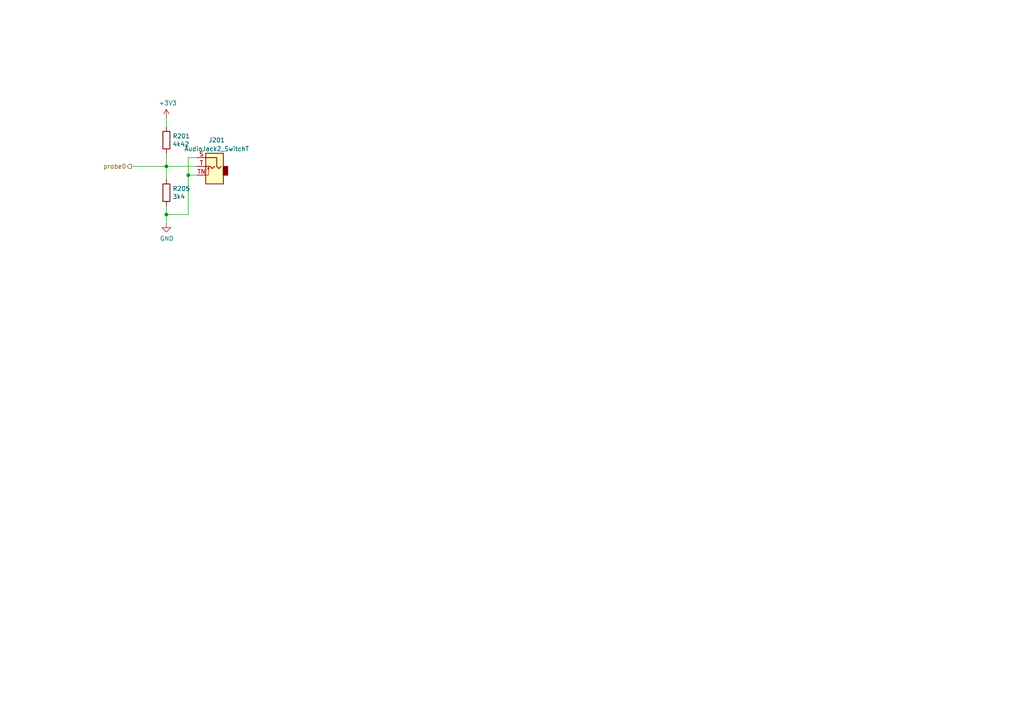
<source format=kicad_sch>
(kicad_sch
	(version 20231120)
	(generator "eeschema")
	(generator_version "8.0")
	(uuid "84774f2a-6971-4fa4-a1fe-c172a40ef77d")
	(paper "A4")
	(title_block
		(title "Firewaterburn")
		(rev "0.2")
	)
	(lib_symbols
		(symbol "Connector_Audio:AudioJack2_SwitchT"
			(exclude_from_sim no)
			(in_bom yes)
			(on_board yes)
			(property "Reference" "J"
				(at 0 8.89 0)
				(effects
					(font
						(size 1.27 1.27)
					)
				)
			)
			(property "Value" "AudioJack2_SwitchT"
				(at 0 6.35 0)
				(effects
					(font
						(size 1.27 1.27)
					)
				)
			)
			(property "Footprint" ""
				(at 0 0 0)
				(effects
					(font
						(size 1.27 1.27)
					)
					(hide yes)
				)
			)
			(property "Datasheet" "~"
				(at 0 0 0)
				(effects
					(font
						(size 1.27 1.27)
					)
					(hide yes)
				)
			)
			(property "Description" "Audio Jack, 2 Poles (Mono / TS), Switched T Pole (Normalling)"
				(at 0 0 0)
				(effects
					(font
						(size 1.27 1.27)
					)
					(hide yes)
				)
			)
			(property "ki_keywords" "audio jack receptacle mono headphones phone TS connector"
				(at 0 0 0)
				(effects
					(font
						(size 1.27 1.27)
					)
					(hide yes)
				)
			)
			(property "ki_fp_filters" "Jack*"
				(at 0 0 0)
				(effects
					(font
						(size 1.27 1.27)
					)
					(hide yes)
				)
			)
			(symbol "AudioJack2_SwitchT_0_1"
				(rectangle
					(start -2.54 0)
					(end -3.81 -2.54)
					(stroke
						(width 0.254)
						(type default)
					)
					(fill
						(type outline)
					)
				)
				(polyline
					(pts
						(xy 1.778 -0.254) (xy 2.032 -0.762)
					)
					(stroke
						(width 0)
						(type default)
					)
					(fill
						(type none)
					)
				)
				(polyline
					(pts
						(xy 0 0) (xy 0.635 -0.635) (xy 1.27 0) (xy 2.54 0)
					)
					(stroke
						(width 0.254)
						(type default)
					)
					(fill
						(type none)
					)
				)
				(polyline
					(pts
						(xy 2.54 -2.54) (xy 1.778 -2.54) (xy 1.778 -0.254) (xy 1.524 -0.762)
					)
					(stroke
						(width 0)
						(type default)
					)
					(fill
						(type none)
					)
				)
				(polyline
					(pts
						(xy 2.54 2.54) (xy -0.635 2.54) (xy -0.635 0) (xy -1.27 -0.635) (xy -1.905 0)
					)
					(stroke
						(width 0.254)
						(type default)
					)
					(fill
						(type none)
					)
				)
				(rectangle
					(start 2.54 3.81)
					(end -2.54 -5.08)
					(stroke
						(width 0.254)
						(type default)
					)
					(fill
						(type background)
					)
				)
			)
			(symbol "AudioJack2_SwitchT_1_1"
				(pin passive line
					(at 5.08 2.54 180)
					(length 2.54)
					(name "~"
						(effects
							(font
								(size 1.27 1.27)
							)
						)
					)
					(number "S"
						(effects
							(font
								(size 1.27 1.27)
							)
						)
					)
				)
				(pin passive line
					(at 5.08 0 180)
					(length 2.54)
					(name "~"
						(effects
							(font
								(size 1.27 1.27)
							)
						)
					)
					(number "T"
						(effects
							(font
								(size 1.27 1.27)
							)
						)
					)
				)
				(pin passive line
					(at 5.08 -2.54 180)
					(length 2.54)
					(name "~"
						(effects
							(font
								(size 1.27 1.27)
							)
						)
					)
					(number "TN"
						(effects
							(font
								(size 1.27 1.27)
							)
						)
					)
				)
			)
		)
		(symbol "Device:R"
			(pin_numbers hide)
			(pin_names
				(offset 0)
			)
			(exclude_from_sim no)
			(in_bom yes)
			(on_board yes)
			(property "Reference" "R"
				(at 2.032 0 90)
				(effects
					(font
						(size 1.27 1.27)
					)
				)
			)
			(property "Value" "R"
				(at 0 0 90)
				(effects
					(font
						(size 1.27 1.27)
					)
				)
			)
			(property "Footprint" ""
				(at -1.778 0 90)
				(effects
					(font
						(size 1.27 1.27)
					)
					(hide yes)
				)
			)
			(property "Datasheet" "~"
				(at 0 0 0)
				(effects
					(font
						(size 1.27 1.27)
					)
					(hide yes)
				)
			)
			(property "Description" "Resistor"
				(at 0 0 0)
				(effects
					(font
						(size 1.27 1.27)
					)
					(hide yes)
				)
			)
			(property "ki_keywords" "R res resistor"
				(at 0 0 0)
				(effects
					(font
						(size 1.27 1.27)
					)
					(hide yes)
				)
			)
			(property "ki_fp_filters" "R_*"
				(at 0 0 0)
				(effects
					(font
						(size 1.27 1.27)
					)
					(hide yes)
				)
			)
			(symbol "R_0_1"
				(rectangle
					(start -1.016 -2.54)
					(end 1.016 2.54)
					(stroke
						(width 0.254)
						(type default)
					)
					(fill
						(type none)
					)
				)
			)
			(symbol "R_1_1"
				(pin passive line
					(at 0 3.81 270)
					(length 1.27)
					(name "~"
						(effects
							(font
								(size 1.27 1.27)
							)
						)
					)
					(number "1"
						(effects
							(font
								(size 1.27 1.27)
							)
						)
					)
				)
				(pin passive line
					(at 0 -3.81 90)
					(length 1.27)
					(name "~"
						(effects
							(font
								(size 1.27 1.27)
							)
						)
					)
					(number "2"
						(effects
							(font
								(size 1.27 1.27)
							)
						)
					)
				)
			)
		)
		(symbol "power:+3V3"
			(power)
			(pin_names
				(offset 0)
			)
			(exclude_from_sim no)
			(in_bom yes)
			(on_board yes)
			(property "Reference" "#PWR"
				(at 0 -3.81 0)
				(effects
					(font
						(size 1.27 1.27)
					)
					(hide yes)
				)
			)
			(property "Value" "+3V3"
				(at 0 3.556 0)
				(effects
					(font
						(size 1.27 1.27)
					)
				)
			)
			(property "Footprint" ""
				(at 0 0 0)
				(effects
					(font
						(size 1.27 1.27)
					)
					(hide yes)
				)
			)
			(property "Datasheet" ""
				(at 0 0 0)
				(effects
					(font
						(size 1.27 1.27)
					)
					(hide yes)
				)
			)
			(property "Description" "Power symbol creates a global label with name \"+3V3\""
				(at 0 0 0)
				(effects
					(font
						(size 1.27 1.27)
					)
					(hide yes)
				)
			)
			(property "ki_keywords" "global power"
				(at 0 0 0)
				(effects
					(font
						(size 1.27 1.27)
					)
					(hide yes)
				)
			)
			(symbol "+3V3_0_1"
				(polyline
					(pts
						(xy -0.762 1.27) (xy 0 2.54)
					)
					(stroke
						(width 0)
						(type default)
					)
					(fill
						(type none)
					)
				)
				(polyline
					(pts
						(xy 0 0) (xy 0 2.54)
					)
					(stroke
						(width 0)
						(type default)
					)
					(fill
						(type none)
					)
				)
				(polyline
					(pts
						(xy 0 2.54) (xy 0.762 1.27)
					)
					(stroke
						(width 0)
						(type default)
					)
					(fill
						(type none)
					)
				)
			)
			(symbol "+3V3_1_1"
				(pin power_in line
					(at 0 0 90)
					(length 0) hide
					(name "+3V3"
						(effects
							(font
								(size 1.27 1.27)
							)
						)
					)
					(number "1"
						(effects
							(font
								(size 1.27 1.27)
							)
						)
					)
				)
			)
		)
		(symbol "power:GND"
			(power)
			(pin_names
				(offset 0)
			)
			(exclude_from_sim no)
			(in_bom yes)
			(on_board yes)
			(property "Reference" "#PWR"
				(at 0 -6.35 0)
				(effects
					(font
						(size 1.27 1.27)
					)
					(hide yes)
				)
			)
			(property "Value" "GND"
				(at 0 -3.81 0)
				(effects
					(font
						(size 1.27 1.27)
					)
				)
			)
			(property "Footprint" ""
				(at 0 0 0)
				(effects
					(font
						(size 1.27 1.27)
					)
					(hide yes)
				)
			)
			(property "Datasheet" ""
				(at 0 0 0)
				(effects
					(font
						(size 1.27 1.27)
					)
					(hide yes)
				)
			)
			(property "Description" "Power symbol creates a global label with name \"GND\" , ground"
				(at 0 0 0)
				(effects
					(font
						(size 1.27 1.27)
					)
					(hide yes)
				)
			)
			(property "ki_keywords" "global power"
				(at 0 0 0)
				(effects
					(font
						(size 1.27 1.27)
					)
					(hide yes)
				)
			)
			(symbol "GND_0_1"
				(polyline
					(pts
						(xy 0 0) (xy 0 -1.27) (xy 1.27 -1.27) (xy 0 -2.54) (xy -1.27 -1.27) (xy 0 -1.27)
					)
					(stroke
						(width 0)
						(type default)
					)
					(fill
						(type none)
					)
				)
			)
			(symbol "GND_1_1"
				(pin power_in line
					(at 0 0 270)
					(length 0) hide
					(name "GND"
						(effects
							(font
								(size 1.27 1.27)
							)
						)
					)
					(number "1"
						(effects
							(font
								(size 1.27 1.27)
							)
						)
					)
				)
			)
		)
	)
	(junction
		(at 54.61 50.8)
		(diameter 0)
		(color 0 0 0 0)
		(uuid "0fd531b4-ae3f-44a0-9c85-d521c138f577")
	)
	(junction
		(at 48.26 48.26)
		(diameter 0)
		(color 0 0 0 0)
		(uuid "177d8b8e-ba9c-4ef5-afd1-2b5ddbe0e634")
	)
	(junction
		(at 48.26 62.23)
		(diameter 0)
		(color 0 0 0 0)
		(uuid "7213840c-49ff-45a8-9511-66f6574546b6")
	)
	(wire
		(pts
			(xy 48.26 48.26) (xy 57.15 48.26)
		)
		(stroke
			(width 0)
			(type default)
		)
		(uuid "0c099581-77ef-4b0a-b55d-f79c97b9945d")
	)
	(wire
		(pts
			(xy 54.61 62.23) (xy 48.26 62.23)
		)
		(stroke
			(width 0)
			(type default)
		)
		(uuid "32901ef7-90a2-4c11-84d4-9f1d9bae025d")
	)
	(wire
		(pts
			(xy 48.26 34.29) (xy 48.26 36.83)
		)
		(stroke
			(width 0)
			(type default)
		)
		(uuid "85ee4bd7-abb3-4862-ad9b-7eaea6dca483")
	)
	(wire
		(pts
			(xy 48.26 64.77) (xy 48.26 62.23)
		)
		(stroke
			(width 0)
			(type default)
		)
		(uuid "8eea25ba-9bd2-44d9-a5a6-e2afbf94b7a5")
	)
	(wire
		(pts
			(xy 48.26 48.26) (xy 48.26 52.07)
		)
		(stroke
			(width 0)
			(type default)
		)
		(uuid "94fcd267-f7a7-4623-9f70-ffa6aa17b279")
	)
	(wire
		(pts
			(xy 57.15 50.8) (xy 54.61 50.8)
		)
		(stroke
			(width 0)
			(type default)
		)
		(uuid "98627a22-70ed-4b42-89c5-84cb8dc0c1ef")
	)
	(wire
		(pts
			(xy 57.15 45.72) (xy 54.61 45.72)
		)
		(stroke
			(width 0)
			(type default)
		)
		(uuid "9cf847a4-5af6-4ebf-9819-cef5000cfc16")
	)
	(wire
		(pts
			(xy 54.61 50.8) (xy 54.61 62.23)
		)
		(stroke
			(width 0)
			(type default)
		)
		(uuid "b460a6bb-fa42-4a8b-80db-6ebee151b0d7")
	)
	(wire
		(pts
			(xy 48.26 62.23) (xy 48.26 59.69)
		)
		(stroke
			(width 0)
			(type default)
		)
		(uuid "c5ebd985-d3fe-41cc-b006-6026d2f3fdf0")
	)
	(wire
		(pts
			(xy 54.61 45.72) (xy 54.61 50.8)
		)
		(stroke
			(width 0)
			(type default)
		)
		(uuid "d7de4c12-e079-4711-a902-cd1c33c904c8")
	)
	(wire
		(pts
			(xy 48.26 44.45) (xy 48.26 48.26)
		)
		(stroke
			(width 0)
			(type default)
		)
		(uuid "e15adc8a-ae00-427e-b91a-c67c44f59a2b")
	)
	(wire
		(pts
			(xy 38.1 48.26) (xy 48.26 48.26)
		)
		(stroke
			(width 0)
			(type default)
		)
		(uuid "e621f1f1-345c-47d9-bb9f-2f650299d229")
	)
	(hierarchical_label "probe0"
		(shape output)
		(at 38.1 48.26 180)
		(fields_autoplaced yes)
		(effects
			(font
				(size 1.27 1.27)
			)
			(justify right)
		)
		(uuid "1f6e4828-8999-4946-bc34-5571c9ecdbfd")
	)
	(symbol
		(lib_id "Connector_Audio:AudioJack2_SwitchT")
		(at 62.23 48.26 0)
		(mirror y)
		(unit 1)
		(exclude_from_sim no)
		(in_bom yes)
		(on_board yes)
		(dnp no)
		(uuid "96017cb2-d9a5-4bf6-9bba-c418c3e438f6")
		(property "Reference" "J201"
			(at 62.865 40.64 0)
			(effects
				(font
					(size 1.27 1.27)
				)
			)
		)
		(property "Value" "AudioJack2_SwitchT"
			(at 62.865 43.18 0)
			(effects
				(font
					(size 1.27 1.27)
				)
			)
		)
		(property "Footprint" "mylib_connector:MJ-2523"
			(at 62.23 48.26 0)
			(effects
				(font
					(size 1.27 1.27)
				)
				(hide yes)
			)
		)
		(property "Datasheet" "~"
			(at 62.23 48.26 0)
			(effects
				(font
					(size 1.27 1.27)
				)
				(hide yes)
			)
		)
		(property "Description" ""
			(at 62.23 48.26 0)
			(effects
				(font
					(size 1.27 1.27)
				)
				(hide yes)
			)
		)
		(property "Digikey" "CP-2523MJCT-ND"
			(at 62.23 48.26 0)
			(effects
				(font
					(size 1.27 1.27)
				)
				(hide yes)
			)
		)
		(pin "S"
			(uuid "45de693f-e043-42f1-9970-d6137c1b8c77")
		)
		(pin "T"
			(uuid "1cc336f3-793f-4a0c-9955-5e5604d4f964")
		)
		(pin "TN"
			(uuid "6faefd50-8b73-4558-a106-9b97bfe63563")
		)
		(instances
			(project "heater"
				(path "/e63e39d7-6ac0-4ffd-8aa3-1841a4541b55/d6846ea7-7fd6-41fd-b190-936bea2a4eb0"
					(reference "J201")
					(unit 1)
				)
			)
		)
	)
	(symbol
		(lib_id "power:+3V3")
		(at 48.26 34.29 0)
		(unit 1)
		(exclude_from_sim no)
		(in_bom yes)
		(on_board yes)
		(dnp no)
		(uuid "aeac805f-1338-4e9d-b75d-ae3e35f9dbc7")
		(property "Reference" "#PWR0201"
			(at 48.26 38.1 0)
			(effects
				(font
					(size 1.27 1.27)
				)
				(hide yes)
			)
		)
		(property "Value" "+3V3"
			(at 48.641 29.8958 0)
			(effects
				(font
					(size 1.27 1.27)
				)
			)
		)
		(property "Footprint" ""
			(at 48.26 34.29 0)
			(effects
				(font
					(size 1.27 1.27)
				)
				(hide yes)
			)
		)
		(property "Datasheet" ""
			(at 48.26 34.29 0)
			(effects
				(font
					(size 1.27 1.27)
				)
				(hide yes)
			)
		)
		(property "Description" ""
			(at 48.26 34.29 0)
			(effects
				(font
					(size 1.27 1.27)
				)
				(hide yes)
			)
		)
		(pin "1"
			(uuid "c1dd163c-2e20-4175-b905-e2869d2e026a")
		)
		(instances
			(project "heater"
				(path "/e63e39d7-6ac0-4ffd-8aa3-1841a4541b55/d6846ea7-7fd6-41fd-b190-936bea2a4eb0"
					(reference "#PWR0201")
					(unit 1)
				)
			)
		)
	)
	(symbol
		(lib_id "Device:R")
		(at 48.26 55.88 0)
		(unit 1)
		(exclude_from_sim no)
		(in_bom yes)
		(on_board yes)
		(dnp no)
		(fields_autoplaced yes)
		(uuid "b9f99998-236c-4dc9-95d3-fcdc64c3d1a5")
		(property "Reference" "R205"
			(at 50.038 54.7116 0)
			(effects
				(font
					(size 1.27 1.27)
				)
				(justify left)
			)
		)
		(property "Value" "3k4"
			(at 50.038 57.023 0)
			(effects
				(font
					(size 1.27 1.27)
				)
				(justify left)
			)
		)
		(property "Footprint" "Resistor_SMD:R_0603_1608Metric"
			(at 46.482 55.88 90)
			(effects
				(font
					(size 1.27 1.27)
				)
				(hide yes)
			)
		)
		(property "Datasheet" "~"
			(at 48.26 55.88 0)
			(effects
				(font
					(size 1.27 1.27)
				)
				(hide yes)
			)
		)
		(property "Description" ""
			(at 48.26 55.88 0)
			(effects
				(font
					(size 1.27 1.27)
				)
				(hide yes)
			)
		)
		(property "Digikey" "311-3.40KHRCT-ND"
			(at 48.26 55.88 0)
			(effects
				(font
					(size 1.27 1.27)
				)
				(hide yes)
			)
		)
		(pin "1"
			(uuid "26947d1f-39d1-465f-911b-483d18aca62d")
		)
		(pin "2"
			(uuid "f2a526b5-489d-441a-88a5-1ef743e1de14")
		)
		(instances
			(project "heater"
				(path "/e63e39d7-6ac0-4ffd-8aa3-1841a4541b55/d6846ea7-7fd6-41fd-b190-936bea2a4eb0"
					(reference "R205")
					(unit 1)
				)
			)
		)
	)
	(symbol
		(lib_id "Device:R")
		(at 48.26 40.64 0)
		(unit 1)
		(exclude_from_sim no)
		(in_bom yes)
		(on_board yes)
		(dnp no)
		(fields_autoplaced yes)
		(uuid "dac0b826-5975-4906-a6a9-01fffaffebab")
		(property "Reference" "R201"
			(at 50.038 39.4716 0)
			(effects
				(font
					(size 1.27 1.27)
				)
				(justify left)
			)
		)
		(property "Value" "4k42"
			(at 50.038 41.783 0)
			(effects
				(font
					(size 1.27 1.27)
				)
				(justify left)
			)
		)
		(property "Footprint" "Resistor_SMD:R_0603_1608Metric"
			(at 46.482 40.64 90)
			(effects
				(font
					(size 1.27 1.27)
				)
				(hide yes)
			)
		)
		(property "Datasheet" "~"
			(at 48.26 40.64 0)
			(effects
				(font
					(size 1.27 1.27)
				)
				(hide yes)
			)
		)
		(property "Description" ""
			(at 48.26 40.64 0)
			(effects
				(font
					(size 1.27 1.27)
				)
				(hide yes)
			)
		)
		(property "Digikey" "RMCF0603FT4K42CT-ND"
			(at 48.26 40.64 0)
			(effects
				(font
					(size 1.27 1.27)
				)
				(hide yes)
			)
		)
		(pin "1"
			(uuid "fd0ac751-9fcb-47a5-a951-55bbc77e8241")
		)
		(pin "2"
			(uuid "226969cf-3a82-4751-b58a-9abe3dd78fe3")
		)
		(instances
			(project "heater"
				(path "/e63e39d7-6ac0-4ffd-8aa3-1841a4541b55/d6846ea7-7fd6-41fd-b190-936bea2a4eb0"
					(reference "R201")
					(unit 1)
				)
			)
		)
	)
	(symbol
		(lib_id "power:GND")
		(at 48.26 64.77 0)
		(unit 1)
		(exclude_from_sim no)
		(in_bom yes)
		(on_board yes)
		(dnp no)
		(uuid "e3312ad3-fea2-45ec-bc80-9a478254fe19")
		(property "Reference" "#PWR0205"
			(at 48.26 71.12 0)
			(effects
				(font
					(size 1.27 1.27)
				)
				(hide yes)
			)
		)
		(property "Value" "GND"
			(at 48.387 69.1642 0)
			(effects
				(font
					(size 1.27 1.27)
				)
			)
		)
		(property "Footprint" ""
			(at 48.26 64.77 0)
			(effects
				(font
					(size 1.27 1.27)
				)
				(hide yes)
			)
		)
		(property "Datasheet" ""
			(at 48.26 64.77 0)
			(effects
				(font
					(size 1.27 1.27)
				)
				(hide yes)
			)
		)
		(property "Description" ""
			(at 48.26 64.77 0)
			(effects
				(font
					(size 1.27 1.27)
				)
				(hide yes)
			)
		)
		(pin "1"
			(uuid "066627d0-6d1c-4665-b339-71571d814b64")
		)
		(instances
			(project "heater"
				(path "/e63e39d7-6ac0-4ffd-8aa3-1841a4541b55/d6846ea7-7fd6-41fd-b190-936bea2a4eb0"
					(reference "#PWR0205")
					(unit 1)
				)
			)
		)
	)
)
</source>
